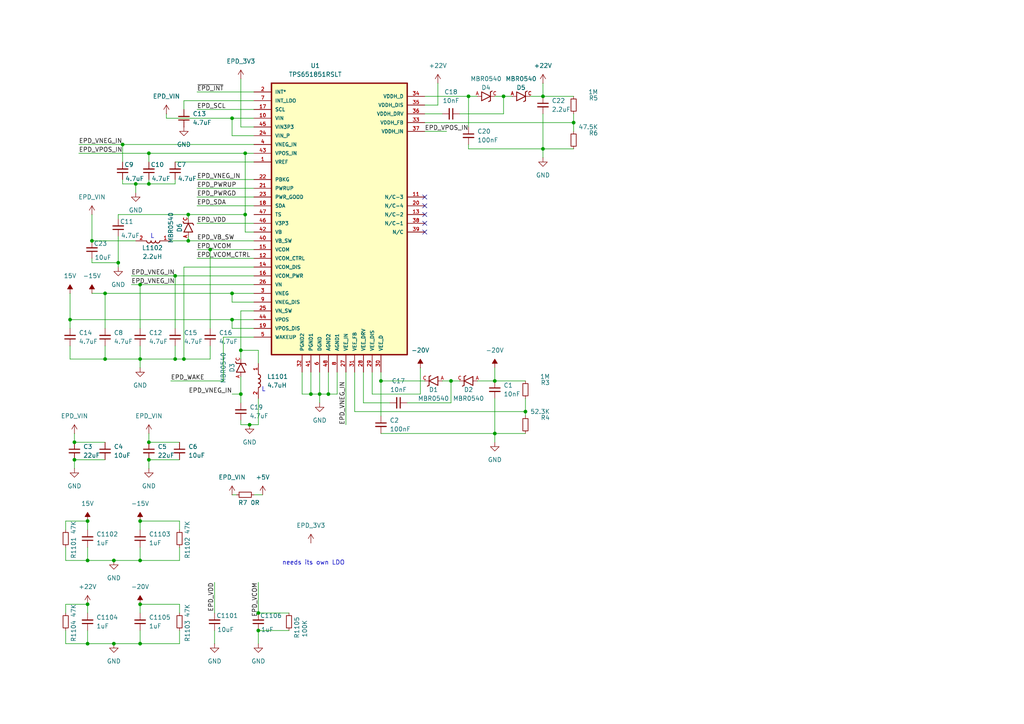
<source format=kicad_sch>
(kicad_sch (version 20231120) (generator "eeschema") (generator_version "8.0")
  (paper "A4")
  (lib_symbols
    (symbol "Device:C_Small" (pin_numbers hide) (pin_names (offset 0.254) hide)
      (property "Reference" "C" (at 0.254 1.778 0))
      (property "Value" "C_Small" (at 0.254 -2.032 0))
      (symbol "C_Small_0_1"
        (polyline (pts (xy -1.524 -0.508) (xy 1.524 -0.508)) (stroke (width 0.3302)))
        (polyline (pts (xy -1.524 0.508) (xy 1.524 0.508)) (stroke (width 0.3048)))
      )
      (symbol "C_Small_1_1"
        (pin passive line (at 0 2.54 270) (length 2.032) (name "~") (number "1"))
        (pin passive line (at 0 -2.54 90) (length 2.032) (name "~") (number "2"))
      )
    )
    (symbol "Device:R_Small" (pin_numbers hide) (pin_names (offset 0.254) hide)
      (property "Reference" "R" (at 0.762 0.508 0))
      (property "Value" "R_Small" (at 0.762 -1.016 0))
      (symbol "R_Small_0_1"
        (rectangle (start -0.762 1.778) (end 0.762 -1.778) (stroke (width 0.2032)))
      )
      (symbol "R_Small_1_1"
        (pin passive line (at 0 2.54 270) (length 0.762) (name "~") (number "1"))
        (pin passive line (at 0 -2.54 90) (length 0.762) (name "~") (number "2"))
      )
    )
    (symbol "Fibel2:LQH44PN4R7MP0L" (pin_names (offset 1.016))
      (property "Reference" "L" (at -10.16 7.62 0))
      (property "Value" "LQH44PN4R7MP0L" (at -10.16 5.08 0))
      (symbol "LQH44PN4R7MP0L_0_0"
        (arc (start -0.635 0) (mid -1.27 0.635) (end -1.905 0) (stroke (width 0.254)))
        (arc (start 0.635 0) (mid 0 0.635) (end -0.635 0) (stroke (width 0.254)))
        (arc (start 1.905 0.0027) (mid 1.2673 0.635) (end 0.635 -0.0028) (stroke (width 0.254)))
        (pin passive line (at -5.08 0 0) (length 3.175) (name "~") (number "1"))
        (pin passive line (at 5.08 0 180) (length 3.175) (name "~") (number "2"))
      )
    )
    (symbol "Fibel2:LQH5BPB4R7NT0L" (pin_names (offset 1.016))
      (property "Reference" "L" (at -10.16 7.62 0))
      (property "Value" "LQH5BPB4R7NT0L" (at -10.16 5.08 0))
      (symbol "LQH5BPB4R7NT0L_0_0"
        (arc (start -1.905 0) (mid -2.54 0.635) (end -3.175 0) (stroke (width 0.254)))
        (arc (start -0.635 0) (mid -1.27 0.635) (end -1.905 0) (stroke (width 0.254)))
        (arc (start 0.635 0.0027) (mid -0.0027 0.635) (end -0.635 -0.0028) (stroke (width 0.254)))
        (pin passive line (at -6.35 0 0) (length 3.175) (name "~") (number "1"))
        (pin passive line (at 3.81 0 180) (length 3.175) (name "~") (number "2"))
      )
    )
    (symbol "Fibel2:MBR0540" (pin_names (offset 1.016))
      (property "Reference" "D" (at 2.54 0.4826 0))
      (property "Value" "MBR0540" (at 2.54 -2.3114 0))
      (symbol "MBR0540_0_0"
        (polyline (pts (xy -2.54 0) (xy -1.27 0)) (stroke (width 0.1524)))
        (polyline (pts (xy -1.27 -1.27) (xy 1.27 0)) (stroke (width 0.254)))
        (polyline (pts (xy -1.27 0) (xy -1.27 -1.27)) (stroke (width 0.254)))
        (polyline (pts (xy -1.27 1.27) (xy -1.27 0)) (stroke (width 0.254)))
        (polyline (pts (xy 1.27 -1.27) (xy 0.762 -1.524)) (stroke (width 0.254)))
        (polyline (pts (xy 1.27 0) (xy -1.27 1.27)) (stroke (width 0.254)))
        (polyline (pts (xy 1.27 0) (xy 1.27 -1.27)) (stroke (width 0.254)))
        (polyline (pts (xy 1.27 1.27) (xy 1.27 0)) (stroke (width 0.254)))
        (polyline (pts (xy 1.27 1.27) (xy 1.778 1.524)) (stroke (width 0.254)))
        (polyline (pts (xy 2.54 0) (xy 1.27 0)) (stroke (width 0.1524)))
        (pin passive line (at -2.54 0 0) (length 0) (name "~") (number "A"))
        (pin passive line (at 2.54 0 180) (length 0) (name "~") (number "C"))
      )
    )
    (symbol "Fibel2:TPS651851RSLT" (pin_names (offset 1.016))
      (property "Reference" "U" (at -12.7 89.9 0))
      (property "Value" "TPS651851RSLT" (at 0.635 -9.525 0))
      (symbol "TPS651851RSLT_0_0"
        (rectangle (start -12.7 88.9) (end 26.67 10.16) (stroke (width 0.41)) (fill (type background)))
        (pin input line (at -17.78 66.04 0) (length 5.08) (name "VREF") (number "1"))
        (pin input line (at -17.78 78.74 0) (length 5.08) (name "VIN") (number "10"))
        (pin bidirectional line (at 31.75 55.88 180) (length 5.08) (name "N/C-3") (number "11"))
        (pin bidirectional line (at -17.78 38.1 0) (length 5.08) (name "VCOM_CTRL") (number "12"))
        (pin bidirectional line (at 31.75 50.8 180) (length 5.08) (name "N/C-2") (number "13"))
        (pin bidirectional line (at -17.78 35.56 0) (length 5.08) (name "VCOM_DIS") (number "14"))
        (pin bidirectional line (at -17.78 40.64 0) (length 5.08) (name "VCOM") (number "15"))
        (pin bidirectional line (at -17.78 33.02 0) (length 5.08) (name "VCOM_PWR") (number "16"))
        (pin input line (at -17.78 81.28 0) (length 5.08) (name "SCL") (number "17"))
        (pin bidirectional line (at -17.78 53.34 0) (length 5.08) (name "SDA") (number "18"))
        (pin bidirectional line (at -17.78 17.78 0) (length 5.08) (name "VPOS_DIS") (number "19"))
        (pin input line (at -17.78 86.36 0) (length 5.08) (name "INT*") (number "2"))
        (pin bidirectional line (at 31.75 53.34 180) (length 5.08) (name "N/C-4") (number "20"))
        (pin bidirectional line (at -17.78 58.42 0) (length 5.08) (name "PWRUP") (number "21"))
        (pin bidirectional line (at -17.78 60.96 0) (length 5.08) (name "PBKG") (number "22"))
        (pin bidirectional line (at -17.78 55.88 0) (length 5.08) (name "PWR_GOOD") (number "23"))
        (pin input line (at -17.78 73.66 0) (length 5.08) (name "VIN_P") (number "24"))
        (pin bidirectional line (at -17.78 22.86 0) (length 5.08) (name "VN_SW") (number "25"))
        (pin power_in line (at 8.89 5.08 90) (length 5.08) (name "VEE_IN") (number "27"))
        (pin power_in line (at 13.97 5.08 90) (length 5.08) (name "VEE_DRV") (number "28"))
        (pin power_in line (at 16.51 5.08 90) (length 5.08) (name "VEE_DIS") (number "29"))
        (pin bidirectional line (at -17.78 27.94 0) (length 5.08) (name "VNEG") (number "3"))
        (pin power_in line (at 19.05 5.08 90) (length 5.08) (name "VEE_D") (number "30"))
        (pin power_in line (at 11.43 5.08 90) (length 5.08) (name "VEE_FB") (number "31"))
        (pin power_in line (at -3.81 5.08 90) (length 5.08) (name "PGND2") (number "32"))
        (pin power_in line (at 31.75 77.47 180) (length 5.08) (name "VDDH_FB") (number "33"))
        (pin power_in line (at 31.75 85.09 180) (length 5.08) (name "VDDH_D") (number "34"))
        (pin power_in line (at 31.75 82.55 180) (length 5.08) (name "VDDH_DIS") (number "35"))
        (pin power_in line (at 31.75 80.01 180) (length 5.08) (name "VDDH_DRV") (number "36"))
        (pin power_in line (at 31.75 74.93 180) (length 5.08) (name "VDDH_IN") (number "37"))
        (pin bidirectional line (at 31.75 48.26 180) (length 5.08) (name "N/C-1") (number "38"))
        (pin bidirectional line (at 31.75 45.72 180) (length 5.08) (name "N/C") (number "39"))
        (pin input line (at -17.78 71.12 0) (length 5.08) (name "VNEG_IN") (number "4"))
        (pin bidirectional line (at -17.78 43.18 0) (length 5.08) (name "VB_SW") (number "40"))
        (pin power_in line (at -1.27 5.08 90) (length 5.08) (name "PGND1") (number "41"))
        (pin bidirectional line (at -17.78 45.72 0) (length 5.08) (name "VB") (number "42"))
        (pin input line (at -17.78 68.58 0) (length 5.08) (name "VPOS_IN") (number "43"))
        (pin bidirectional line (at -17.78 20.32 0) (length 5.08) (name "VPOS") (number "44"))
        (pin input line (at -17.78 76.2 0) (length 5.08) (name "VIN3P3") (number "45"))
        (pin bidirectional line (at -17.78 48.26 0) (length 5.08) (name "V3P3") (number "46"))
        (pin bidirectional line (at -17.78 50.8 0) (length 5.08) (name "TS") (number "47"))
        (pin power_in line (at 3.81 5.08 90) (length 5.08) (name "AGND2") (number "48"))
        (pin bidirectional line (at -17.78 15.24 0) (length 5.08) (name "WAKEUP") (number "5"))
        (pin power_in line (at 1.27 5.08 90) (length 5.08) (name "DGND") (number "6"))
        (pin input line (at -17.78 83.82 0) (length 5.08) (name "INT_LDO") (number "7"))
        (pin power_in line (at 6.35 5.08 90) (length 5.08) (name "AGND1") (number "8"))
        (pin bidirectional line (at -17.78 25.4 0) (length 5.08) (name "VNEG_DIS") (number "9"))
      )
      (symbol "TPS651851RSLT_1_0"
        (pin bidirectional line (at -17.78 30.48 0) (length 5.08) (name "VN") (number "26"))
      )
    )
    (symbol "power:+24V" (power) (pin_numbers hide) (pin_names (offset 0) hide)
      (property "Value" "+24V" (at 0 3.556 0))
      (symbol "+24V_0_1"
        (polyline (pts (xy -0.762 1.27) (xy 0 2.54)))
        (polyline (pts (xy 0 0) (xy 0 2.54)))
        (polyline (pts (xy 0 2.54) (xy 0.762 1.27)))
      )
      (symbol "+24V_1_1"
        (pin power_in line (at 0 0 90) (length 0) (name "~") (number "1"))
      )
    )
    (symbol "power:+3.3V" (power) (pin_numbers hide) (pin_names (offset 0) hide)
      (property "Value" "+3.3V" (at 0 3.556 0))
      (symbol "+3.3V_0_1"
        (polyline (pts (xy -0.762 1.27) (xy 0 2.54)))
        (polyline (pts (xy 0 0) (xy 0 2.54)))
        (polyline (pts (xy 0 2.54) (xy 0.762 1.27)))
      )
      (symbol "+3.3V_1_1"
        (pin power_in line (at 0 0 90) (length 0) (name "~") (number "1"))
      )
    )
    (symbol "power:+5V" (power) (pin_numbers hide) (pin_names (offset 0) hide)
      (property "Value" "+5V" (at 0 3.556 0))
      (symbol "+5V_0_1"
        (polyline (pts (xy -0.762 1.27) (xy 0 2.54)))
        (polyline (pts (xy 0 0) (xy 0 2.54)))
        (polyline (pts (xy 0 2.54) (xy 0.762 1.27)))
      )
      (symbol "+5V_1_1"
        (pin power_in line (at 0 0 90) (length 0) (name "~") (number "1"))
      )
    )
    (symbol "power:-15V" (power) (pin_numbers hide) (pin_names (offset 0) hide)
      (property "Value" "-15V" (at 0 3.556 0))
      (symbol "-15V_0_0"
        (pin power_in line (at 0 0 90) (length 0) (name "~") (number "1"))
      )
      (symbol "-15V_0_1"
        (polyline (pts (xy 0 0) (xy 0 1.27) (xy 0.762 1.27) (xy 0 2.54) (xy -0.762 1.27) (xy 0 1.27)) (fill (type outline)))
      )
    )
    (symbol "power:-24V" (power) (pin_numbers hide) (pin_names (offset 0) hide)
      (property "Value" "-24V" (at 0 3.556 0))
      (symbol "-24V_0_0"
        (pin power_in line (at 0 0 90) (length 0) (name "~") (number "1"))
      )
      (symbol "-24V_0_1"
        (polyline (pts (xy 0 0) (xy 0 1.27) (xy 0.762 1.27) (xy 0 2.54) (xy -0.762 1.27) (xy 0 1.27)) (fill (type outline)))
      )
    )
    (symbol "power:GND" (power) (pin_numbers hide) (pin_names (offset 0) hide)
      (property "Value" "GND" (at 0 -3.81 0))
      (symbol "GND_0_1"
        (polyline (pts (xy 0 0) (xy 0 -1.27) (xy 1.27 -1.27) (xy 0 -2.54) (xy -1.27 -1.27) (xy 0 -1.27)))
      )
      (symbol "GND_1_1"
        (pin power_in line (at 0 0 270) (length 0) (name "~") (number "1"))
      )
    )
  )
  (junction (at 90.17 114.3))
  (junction (at 143.51 125.73))
  (junction (at 50.8 80.01))
  (junction (at 33.02 186.69))
  (junction (at 71.12 44.45))
  (junction (at 40.64 162.56))
  (junction (at 130.81 110.49))
  (junction (at 135.89 27.94))
  (junction (at 35.56 41.91))
  (junction (at 166.37 35.56))
  (junction (at 33.02 162.56))
  (junction (at 53.34 104.14))
  (junction (at 92.71 114.3))
  (junction (at 21.59 133.35))
  (junction (at 95.25 114.3))
  (junction (at 30.48 104.14))
  (junction (at 71.12 62.23))
  (junction (at 157.48 27.94))
  (junction (at 40.64 104.14))
  (junction (at 39.37 53.34))
  (junction (at 74.93 182.88))
  (junction (at 157.48 43.18))
  (junction (at 43.18 128.27))
  (junction (at 146.05 27.94))
  (junction (at 72.39 123.19))
  (junction (at 25.4 175.26))
  (junction (at 152.4 119.38))
  (junction (at 30.48 85.09))
  (junction (at 50.8 104.14))
  (junction (at 26.67 69.85))
  (junction (at 43.18 133.35))
  (junction (at 143.51 110.49))
  (junction (at 25.4 151.13))
  (junction (at 54.61 62.23))
  (junction (at 21.59 128.27))
  (junction (at 20.32 92.71))
  (junction (at 25.4 162.56))
  (junction (at 43.18 53.34))
  (junction (at 110.49 110.49))
  (junction (at 67.31 92.71))
  (junction (at 43.18 44.45))
  (junction (at 69.85 101.6))
  (junction (at 40.64 175.26))
  (junction (at 74.93 177.8))
  (junction (at 67.31 85.09))
  (junction (at 69.85 114.3))
  (junction (at 40.64 186.69))
  (junction (at 54.61 69.85))
  (junction (at 25.4 186.69))
  (junction (at 67.31 34.29))
  (junction (at 60.96 72.39))
  (junction (at 40.64 82.55))
  (junction (at 40.64 151.13))
  (junction (at 34.29 76.2))
  (no_connect (at 123.19 62.23))
  (no_connect (at 123.19 64.77))
  (no_connect (at 123.19 57.15))
  (no_connect (at 123.19 59.69))
  (no_connect (at 123.19 67.31))
  (wire (pts (xy 69.85 121.92) (xy 69.85 123.19)))
  (wire (pts (xy 20.32 104.14) (xy 30.48 104.14)))
  (wire (pts (xy 60.96 95.25) (xy 60.96 72.39)))
  (wire (pts (xy 25.4 162.56) (xy 33.02 162.56)))
  (wire (pts (xy 40.64 82.55) (xy 73.66 82.55)))
  (wire (pts (xy 92.71 107.95) (xy 92.71 114.3)))
  (wire (pts (xy 35.56 41.91) (xy 35.56 46.99)))
  (wire (pts (xy 97.79 114.3) (xy 95.25 114.3)))
  (wire (pts (xy 83.82 177.8) (xy 74.93 177.8)))
  (wire (pts (xy 50.8 104.14) (xy 40.64 104.14)))
  (wire (pts (xy 52.07 162.56) (xy 52.07 158.75)))
  (wire (pts (xy 35.56 41.91) (xy 73.66 41.91)))
  (wire (pts (xy 60.96 104.14) (xy 53.34 104.14)))
  (wire (pts (xy 135.89 27.94) (xy 138.43 27.94)))
  (wire (pts (xy 40.64 158.75) (xy 40.64 162.56)))
  (wire (pts (xy 90.17 107.95) (xy 90.17 114.3)))
  (wire (pts (xy 143.51 110.49) (xy 152.4 110.49)))
  (wire (pts (xy 25.4 182.88) (xy 25.4 186.69)))
  (wire (pts (xy 43.18 53.34) (xy 39.37 53.34)))
  (wire (pts (xy 25.4 151.13) (xy 25.4 153.67)))
  (wire (pts (xy 54.61 69.85) (xy 73.66 69.85)))
  (wire (pts (xy 57.15 57.15) (xy 73.66 57.15)))
  (wire (pts (xy 40.64 162.56) (xy 52.07 162.56)))
  (wire (pts (xy 50.8 46.99) (xy 73.66 46.99)))
  (wire (pts (xy 146.05 27.94) (xy 143.51 27.94)))
  (wire (pts (xy 74.93 168.91) (xy 74.93 177.8)))
  (wire (pts (xy 22.86 41.91) (xy 35.56 41.91)))
  (wire (pts (xy 50.8 100.33) (xy 50.8 104.14)))
  (wire (pts (xy 20.32 92.71) (xy 20.32 95.25)))
  (wire (pts (xy 34.29 68.58) (xy 34.29 76.2)))
  (wire (pts (xy 19.05 151.13) (xy 25.4 151.13)))
  (wire (pts (xy 121.92 106.68) (xy 121.92 114.3)))
  (wire (pts (xy 26.67 85.09) (xy 30.48 85.09)))
  (wire (pts (xy 43.18 128.27) (xy 52.07 128.27)))
  (wire (pts (xy 92.71 114.3) (xy 95.25 114.3)))
  (wire (pts (xy 71.12 44.45) (xy 73.66 44.45)))
  (wire (pts (xy 67.31 39.37) (xy 73.66 39.37)))
  (wire (pts (xy 50.8 95.25) (xy 50.8 80.01)))
  (wire (pts (xy 73.66 29.21) (xy 53.34 29.21)))
  (wire (pts (xy 34.29 62.23) (xy 34.29 63.5)))
  (wire (pts (xy 71.12 67.31) (xy 73.66 67.31)))
  (wire (pts (xy 146.05 27.94) (xy 148.59 27.94)))
  (wire (pts (xy 49.53 69.85) (xy 54.61 69.85)))
  (wire (pts (xy 25.4 158.75) (xy 25.4 162.56)))
  (wire (pts (xy 39.37 53.34) (xy 39.37 55.88)))
  (wire (pts (xy 138.43 110.49) (xy 143.51 110.49)))
  (wire (pts (xy 113.03 116.84) (xy 105.41 116.84)))
  (wire (pts (xy 107.95 114.3) (xy 121.92 114.3)))
  (wire (pts (xy 67.31 87.63) (xy 67.31 85.09)))
  (wire (pts (xy 123.19 38.1) (xy 129.54 38.1)))
  (wire (pts (xy 69.85 90.17) (xy 69.85 101.6)))
  (wire (pts (xy 166.37 35.56) (xy 166.37 38.1)))
  (wire (pts (xy 38.1 82.55) (xy 40.64 82.55)))
  (wire (pts (xy 21.59 128.27) (xy 30.48 128.27)))
  (wire (pts (xy 43.18 125.73) (xy 43.18 128.27)))
  (wire (pts (xy 21.59 133.35) (xy 21.59 135.89)))
  (wire (pts (xy 87.63 107.95) (xy 87.63 114.3)))
  (wire (pts (xy 67.31 34.29) (xy 48.26 34.29)))
  (wire (pts (xy 19.05 153.67) (xy 19.05 151.13)))
  (wire (pts (xy 110.49 125.73) (xy 143.51 125.73)))
  (wire (pts (xy 57.15 64.77) (xy 73.66 64.77)))
  (wire (pts (xy 127 24.13) (xy 127 30.48)))
  (wire (pts (xy 87.63 114.3) (xy 90.17 114.3)))
  (wire (pts (xy 105.41 116.84) (xy 105.41 107.95)))
  (wire (pts (xy 26.67 69.85) (xy 39.37 69.85)))
  (wire (pts (xy 123.19 35.56) (xy 166.37 35.56)))
  (wire (pts (xy 73.66 97.79) (xy 64.77 97.79)))
  (wire (pts (xy 57.15 54.61) (xy 73.66 54.61)))
  (wire (pts (xy 69.85 101.6) (xy 69.85 104.14)))
  (wire (pts (xy 157.48 43.18) (xy 166.37 43.18)))
  (wire (pts (xy 143.51 115.57) (xy 143.51 125.73)))
  (wire (pts (xy 26.67 74.93) (xy 26.67 76.2)))
  (wire (pts (xy 69.85 101.6) (xy 74.93 101.6)))
  (wire (pts (xy 50.8 53.34) (xy 50.8 52.07)))
  (wire (pts (xy 57.15 59.69) (xy 73.66 59.69)))
  (wire (pts (xy 146.05 27.94) (xy 146.05 33.02)))
  (wire (pts (xy 43.18 44.45) (xy 71.12 44.45)))
  (wire (pts (xy 166.37 33.02) (xy 166.37 35.56)))
  (wire (pts (xy 40.64 151.13) (xy 40.64 153.67)))
  (wire (pts (xy 95.25 114.3) (xy 95.25 107.95)))
  (wire (pts (xy 19.05 186.69) (xy 25.4 186.69)))
  (wire (pts (xy 67.31 85.09) (xy 73.66 85.09)))
  (wire (pts (xy 135.89 27.94) (xy 135.89 36.83)))
  (wire (pts (xy 152.4 115.57) (xy 152.4 119.38)))
  (wire (pts (xy 130.81 110.49) (xy 128.27 110.49)))
  (wire (pts (xy 69.85 22.86) (xy 69.85 36.83)))
  (wire (pts (xy 53.34 77.47) (xy 53.34 104.14)))
  (wire (pts (xy 67.31 92.71) (xy 73.66 92.71)))
  (wire (pts (xy 157.48 45.72) (xy 157.48 43.18)))
  (wire (pts (xy 43.18 133.35) (xy 52.07 133.35)))
  (wire (pts (xy 110.49 110.49) (xy 123.19 110.49)))
  (wire (pts (xy 143.51 106.68) (xy 143.51 110.49)))
  (wire (pts (xy 110.49 107.95) (xy 110.49 110.49)))
  (wire (pts (xy 43.18 53.34) (xy 50.8 53.34)))
  (wire (pts (xy 152.4 119.38) (xy 152.4 120.65)))
  (wire (pts (xy 73.66 143.51) (xy 76.2 143.51)))
  (wire (pts (xy 102.87 119.38) (xy 152.4 119.38)))
  (wire (pts (xy 57.15 31.75) (xy 73.66 31.75)))
  (wire (pts (xy 130.81 110.49) (xy 133.35 110.49)))
  (wire (pts (xy 69.85 114.3) (xy 69.85 116.84)))
  (wire (pts (xy 19.05 158.75) (xy 19.05 162.56)))
  (wire (pts (xy 64.77 97.79) (xy 64.77 110.49)))
  (wire (pts (xy 54.61 69.85) (xy 54.61 68.58)))
  (wire (pts (xy 40.64 175.26) (xy 40.64 177.8)))
  (wire (pts (xy 60.96 100.33) (xy 60.96 104.14)))
  (wire (pts (xy 54.61 62.23) (xy 71.12 62.23)))
  (wire (pts (xy 40.64 186.69) (xy 52.07 186.69)))
  (wire (pts (xy 74.93 115.57) (xy 74.93 123.19)))
  (wire (pts (xy 52.07 151.13) (xy 40.64 151.13)))
  (wire (pts (xy 157.48 24.13) (xy 157.48 27.94)))
  (wire (pts (xy 43.18 44.45) (xy 43.18 46.99)))
  (wire (pts (xy 67.31 114.3) (xy 69.85 114.3)))
  (wire (pts (xy 74.93 182.88) (xy 74.93 186.69)))
  (wire (pts (xy 52.07 153.67) (xy 52.07 151.13)))
  (wire (pts (xy 157.48 33.02) (xy 157.48 43.18)))
  (wire (pts (xy 100.33 107.95) (xy 100.33 123.19)))
  (wire (pts (xy 102.87 107.95) (xy 102.87 119.38)))
  (wire (pts (xy 30.48 95.25) (xy 30.48 85.09)))
  (wire (pts (xy 54.61 62.23) (xy 54.61 63.5)))
  (wire (pts (xy 20.32 92.71) (xy 67.31 92.71)))
  (wire (pts (xy 21.59 125.73) (xy 21.59 128.27)))
  (wire (pts (xy 73.66 95.25) (xy 67.31 95.25)))
  (wire (pts (xy 73.66 90.17) (xy 69.85 90.17)))
  (wire (pts (xy 123.19 30.48) (xy 127 30.48)))
  (wire (pts (xy 90.17 114.3) (xy 92.71 114.3)))
  (wire (pts (xy 57.15 74.93) (xy 73.66 74.93)))
  (wire (pts (xy 83.82 182.88) (xy 74.93 182.88)))
  (wire (pts (xy 19.05 182.88) (xy 19.05 186.69)))
  (wire (pts (xy 33.02 162.56) (xy 40.64 162.56)))
  (wire (pts (xy 49.53 110.49) (xy 64.77 110.49)))
  (wire (pts (xy 130.81 116.84) (xy 118.11 116.84)))
  (wire (pts (xy 25.4 186.69) (xy 33.02 186.69)))
  (wire (pts (xy 52.07 186.69) (xy 52.07 182.88)))
  (wire (pts (xy 69.85 36.83) (xy 73.66 36.83)))
  (wire (pts (xy 53.34 29.21) (xy 53.34 31.75)))
  (wire (pts (xy 123.19 33.02) (xy 128.27 33.02)))
  (wire (pts (xy 72.39 123.19) (xy 74.93 123.19)))
  (wire (pts (xy 34.29 62.23) (xy 54.61 62.23)))
  (wire (pts (xy 43.18 133.35) (xy 43.18 135.89)))
  (wire (pts (xy 19.05 162.56) (xy 25.4 162.56)))
  (wire (pts (xy 57.15 72.39) (xy 60.96 72.39)))
  (wire (pts (xy 92.71 114.3) (xy 92.71 116.84)))
  (wire (pts (xy 40.64 104.14) (xy 40.64 106.68)))
  (wire (pts (xy 35.56 53.34) (xy 35.56 52.07)))
  (wire (pts (xy 57.15 52.07) (xy 73.66 52.07)))
  (wire (pts (xy 38.1 80.01) (xy 50.8 80.01)))
  (wire (pts (xy 74.93 101.6) (xy 74.93 105.41)))
  (wire (pts (xy 40.64 82.55) (xy 40.64 95.25)))
  (wire (pts (xy 20.32 100.33) (xy 20.32 104.14)))
  (wire (pts (xy 67.31 34.29) (xy 73.66 34.29)))
  (wire (pts (xy 133.35 33.02) (xy 146.05 33.02)))
  (wire (pts (xy 43.18 53.34) (xy 43.18 52.07)))
  (wire (pts (xy 48.26 33.02) (xy 48.26 34.29)))
  (wire (pts (xy 69.85 123.19) (xy 72.39 123.19)))
  (wire (pts (xy 123.19 27.94) (xy 135.89 27.94)))
  (wire (pts (xy 40.64 182.88) (xy 40.64 186.69)))
  (wire (pts (xy 107.95 107.95) (xy 107.95 114.3)))
  (wire (pts (xy 135.89 43.18) (xy 157.48 43.18)))
  (wire (pts (xy 21.59 133.35) (xy 30.48 133.35)))
  (wire (pts (xy 26.67 76.2) (xy 34.29 76.2)))
  (wire (pts (xy 67.31 34.29) (xy 67.31 39.37)))
  (wire (pts (xy 53.34 104.14) (xy 50.8 104.14)))
  (wire (pts (xy 157.48 27.94) (xy 166.37 27.94)))
  (wire (pts (xy 67.31 143.51) (xy 68.58 143.51)))
  (wire (pts (xy 60.96 72.39) (xy 73.66 72.39)))
  (wire (pts (xy 40.64 100.33) (xy 40.64 104.14)))
  (wire (pts (xy 110.49 110.49) (xy 110.49 120.65)))
  (wire (pts (xy 69.85 109.22) (xy 69.85 114.3)))
  (wire (pts (xy 143.51 128.27) (xy 143.51 125.73)))
  (wire (pts (xy 57.15 26.67) (xy 73.66 26.67)))
  (wire (pts (xy 67.31 95.25) (xy 67.31 92.71)))
  (wire (pts (xy 62.23 186.69) (xy 62.23 182.88)))
  (wire (pts (xy 73.66 87.63) (xy 67.31 87.63)))
  (wire (pts (xy 153.67 27.94) (xy 157.48 27.94)))
  (wire (pts (xy 143.51 125.73) (xy 152.4 125.73)))
  (wire (pts (xy 22.86 44.45) (xy 43.18 44.45)))
  (wire (pts (xy 34.29 76.2) (xy 34.29 77.47)))
  (wire (pts (xy 35.56 53.34) (xy 39.37 53.34)))
  (wire (pts (xy 62.23 168.91) (xy 62.23 177.8)))
  (wire (pts (xy 130.81 110.49) (xy 130.81 116.84)))
  (wire (pts (xy 30.48 85.09) (xy 67.31 85.09)))
  (wire (pts (xy 40.64 104.14) (xy 30.48 104.14)))
  (wire (pts (xy 50.8 80.01) (xy 73.66 80.01)))
  (wire (pts (xy 20.32 92.71) (xy 20.32 85.09)))
  (wire (pts (xy 30.48 100.33) (xy 30.48 104.14)))
  (wire (pts (xy 26.67 62.23) (xy 26.67 69.85)))
  (wire (pts (xy 52.07 175.26) (xy 40.64 175.26)))
  (wire (pts (xy 25.4 175.26) (xy 25.4 177.8)))
  (wire (pts (xy 33.02 186.69) (xy 40.64 186.69)))
  (wire (pts (xy 53.34 77.47) (xy 73.66 77.47)))
  (wire (pts (xy 19.05 177.8) (xy 19.05 175.26)))
  (wire (pts (xy 71.12 62.23) (xy 71.12 67.31)))
  (wire (pts (xy 97.79 107.95) (xy 97.79 114.3)))
  (wire (pts (xy 135.89 43.18) (xy 135.89 41.91)))
  (wire (pts (xy 52.07 177.8) (xy 52.07 175.26)))
  (wire (pts (xy 71.12 44.45) (xy 71.12 62.23)))
  (wire (pts (xy 19.05 175.26) (xy 25.4 175.26)))
  (text "needs its own LDO" (at 90.932 163.322 0) (effects (font (size 1.27 1.27))))
  (text "L" (at 76.454 113.03 0) (effects (font (size 1.27 1.27))))
  (text "L" (at 44.196 68.58 0) (effects (font (size 1.27 1.27))))
  (label "EPD_VNEG_IN" (at 38.1 82.55 0))
  (label "EPD_VNEG_IN" (at 22.86 41.91 0))
  (label "EPD_VPOS_IN" (at 22.86 44.45 0))
  (label "EPD_SDA" (at 57.15 59.69 0))
  (label "EPD_VNEG_IN" (at 67.31 114.3 180))
  (label "EPD_VCOM_CTRL" (at 57.15 74.93 0))
  (label "EPD_VCOM" (at 57.15 72.39 0))
  (label "EPD_VPOS_IN" (at 123.19 38.1 0))
  (label "EPD_VCOM" (at 74.93 168.91 270))
  (label "~{EPD_INT}" (at 57.15 26.67 0))
  (label "EPD_PWRGD" (at 57.15 57.15 0))
  (label "EPD_SCL" (at 57.15 31.75 0))
  (label "EPD_VB_SW" (at 57.15 69.85 0))
  (label "EPD_VDD" (at 62.23 168.91 270))
  (label "EPD_PWRUP" (at 57.15 54.61 0))
  (label "EPD_WAKE" (at 49.53 110.49 0))
  (label "EPD_VNEG_IN" (at 100.33 123.19 90))
  (label "EPD_VDD" (at 57.15 64.77 0))
  (label "EPD_VNEG_IN" (at 57.15 52.07 0))
  (label "EPD_VNEG_IN" (at 38.1 80.01 0))
  (symbol (lib_id "Device:C_Small") (at 50.8 97.79 180) (unit 1)
    (property "Reference" "C15" (at 53.34 96.5135 0) (effects (justify right)))
    (property "Value" "4.7uF" (at 53.34 99.0535 0) (effects (justify right)))
    (property "Footprint" "Capacitor_SMD:C_0805_2012Metric" (effects (hide yes)))
    (property "Description" "Unpolarized capacitor, small symbol" (effects (hide yes)))
  )
  (symbol (lib_id "Device:R_Small") (at 52.07 156.21 180) (unit 1)
    (property "Reference" "R1102" (at 54.356 162.052 90) (effects (justify right)))
    (property "Value" "47K" (at 54.356 154.94 90) (effects (justify right)))
    (property "Footprint" "Resistor_SMD:R_0603_1608Metric" (effects (hide yes)))
    (property "Description" "Resistor, small symbol" (effects (hide yes)))
  )
  (symbol (lib_id "power:-24V") (at 40.64 175.26 0) (unit 1)
    (property "Reference" "#PWR01104" (effects (hide yes)))
    (property "Value" "-20V" (at 40.64 170.18 0))
    (property "Description" "Power symbol creates a global label with name \"-24V\"" (effects (hide yes)))
  )
  (symbol (lib_id "power:GND") (at 157.48 45.72 0) (unit 1)
    (property "Reference" "#PWR021" (effects (hide yes)))
    (property "Value" "GND" (at 157.48 50.8 0))
    (property "Description" "Power symbol creates a global label with name \"GND\" , ground" (effects (hide yes)))
  )
  (symbol (lib_id "Device:C_Small") (at 25.4 180.34 180) (unit 1)
    (property "Reference" "C1104" (at 27.94 179.0635 0) (effects (justify right)))
    (property "Value" "1uF" (at 27.94 181.6035 0) (effects (justify right)))
    (property "Footprint" "Capacitor_SMD:C_0805_2012Metric" (effects (hide yes)))
    (property "Description" "Unpolarized capacitor, small symbol" (effects (hide yes)))
  )
  (symbol (lib_id "power:-15V") (at 20.32 85.09 0) (unit 1)
    (property "Reference" "#PWR015" (effects (hide yes)))
    (property "Value" "15V" (at 20.32 80.01 0))
    (property "Description" "Power symbol creates a global label with name \"-15V\"" (effects (hide yes)))
  )
  (symbol (lib_id "Device:C_Small") (at 69.85 119.38 180) (unit 1)
    (property "Reference" "C19" (at 72.39 118.1035 0) (effects (justify right)))
    (property "Value" "4.7uF" (at 72.39 120.6435 0) (effects (justify right)))
    (property "Footprint" "Capacitor_SMD:C_0805_2012Metric" (effects (hide yes)))
    (property "Description" "Unpolarized capacitor, small symbol" (effects (hide yes)))
  )
  (symbol (lib_id "Device:C_Small") (at 74.93 180.34 180) (unit 1)
    (property "Reference" "C1106" (at 75.438 178.562 0) (effects (justify right)))
    (property "Value" "1uF" (at 75.692 182.626 0) (effects (justify right)))
    (property "Footprint" "Capacitor_SMD:C_0805_2012Metric" (effects (hide yes)))
    (property "Description" "Unpolarized capacitor, small symbol" (effects (hide yes)))
  )
  (symbol (lib_id "Device:R_Small") (at 19.05 180.34 180) (unit 1)
    (property "Reference" "R1104" (at 21.336 186.182 90) (effects (justify right)))
    (property "Value" "47K" (at 21.336 179.07 90) (effects (justify right)))
    (property "Footprint" "Resistor_SMD:R_0603_1608Metric" (effects (hide yes)))
    (property "Description" "Resistor, small symbol" (effects (hide yes)))
  )
  (symbol (lib_id "power:+5V") (at 26.67 62.23 0) (unit 1)
    (property "Reference" "#PWR025" (effects (hide yes)))
    (property "Value" "EPD_VIN" (at 26.67 57.15 0))
    (property "Description" "Power symbol creates a global label with name \"+5V\"" (effects (hide yes)))
  )
  (symbol (lib_id "power:GND") (at 40.64 106.68 0) (unit 1)
    (property "Reference" "#PWR011" (effects (hide yes)))
    (property "Value" "GND" (at 40.64 111.76 0))
    (property "Description" "Power symbol creates a global label with name \"GND\" , ground" (effects (hide yes)))
  )
  (symbol (lib_id "Device:R_Small") (at 83.82 180.34 180) (unit 1)
    (property "Reference" "R1105" (at 86.106 185.166 90) (effects (justify right)))
    (property "Value" "100K" (at 88.392 184.912 90) (effects (justify right)))
    (property "Footprint" "Resistor_SMD:R_0603_1608Metric" (effects (hide yes)))
    (property "Description" "Resistor, small symbol" (effects (hide yes)))
  )
  (symbol (lib_id "Device:C_Small") (at 20.32 97.79 180) (unit 1)
    (property "Reference" "C14" (at 22.86 96.5135 0) (effects (justify right)))
    (property "Value" "4.7uF" (at 22.86 99.0535 0) (effects (justify right)))
    (property "Footprint" "Capacitor_SMD:C_0805_2012Metric" (effects (hide yes)))
    (property "Description" "Unpolarized capacitor, small symbol" (effects (hide yes)))
  )
  (symbol (lib_id "power:GND") (at 62.23 186.69 0) (unit 1)
    (property "Reference" "#PWR01101" (effects (hide yes)))
    (property "Value" "GND" (at 62.23 191.77 0))
    (property "Description" "Power symbol creates a global label with name \"GND\" , ground" (effects (hide yes)))
  )
  (symbol (lib_id "Fibel2:LQH44PN4R7MP0L") (at 44.45 69.85 180) (unit 1)
    (property "Reference" "L1102" (at 44.196 71.882 0))
    (property "Value" "2.2uH" (at 44.196 74.422 0))
    (property "Footprint" "Fibel2:IND_LQH44PN4R7MP0L" (effects (hide yes)))
    (property "MP" "LQH44PN4R7MP0L" (effects (hide yes)))
  )
  (symbol (lib_id "power:GND") (at 72.39 123.19 0) (unit 1)
    (property "Reference" "#PWR020" (effects (hide yes)))
    (property "Value" "GND" (at 72.39 128.27 0))
    (property "Description" "Power symbol creates a global label with name \"GND\" , ground" (effects (hide yes)))
  )
  (symbol (lib_id "power:GND") (at 74.93 186.69 0) (unit 1)
    (property "Reference" "#PWR01106" (effects (hide yes)))
    (property "Value" "GND" (at 74.93 191.77 0))
    (property "Description" "Power symbol creates a global label with name \"GND\" , ground" (effects (hide yes)))
  )
  (symbol (lib_id "Fibel2:MBR0540") (at 135.89 110.49 180) (unit 1)
    (property "Reference" "D2" (at 135.89 113.03 0))
    (property "Value" "MBR0540" (at 135.89 115.57 0))
    (property "Footprint" "MBR0540:SOD-123" (effects (hide yes)))
    (property "MP" "MBR0540" (effects (hide yes)))
  )
  (symbol (lib_id "Device:C_Small") (at 62.23 180.34 180) (unit 1)
    (property "Reference" "C1101" (at 62.738 178.562 0) (effects (justify right)))
    (property "Value" "10uF" (at 62.992 182.626 0) (effects (justify right)))
    (property "Footprint" "Capacitor_SMD:C_0805_2012Metric" (effects (hide yes)))
    (property "Description" "Unpolarized capacitor, small symbol" (effects (hide yes)))
  )
  (symbol (lib_id "Device:C_Small") (at 40.64 156.21 180) (unit 1)
    (property "Reference" "C1103" (at 43.18 154.9335 0) (effects (justify right)))
    (property "Value" "1uF" (at 43.18 157.4735 0) (effects (justify right)))
    (property "Footprint" "Capacitor_SMD:C_0805_2012Metric" (effects (hide yes)))
    (property "Description" "Unpolarized capacitor, small symbol" (effects (hide yes)))
  )
  (symbol (lib_id "Device:C_Small") (at 60.96 97.79 180) (unit 1)
    (property "Reference" "C16" (at 63.5 96.5135 0) (effects (justify right)))
    (property "Value" "4.7uF" (at 63.5 99.0535 0) (effects (justify right)))
    (property "Footprint" "Capacitor_SMD:C_0805_2012Metric" (effects (hide yes)))
    (property "Description" "Unpolarized capacitor, small symbol" (effects (hide yes)))
  )
  (symbol (lib_id "Device:C_Small") (at 157.48 30.48 0) (unit 1)
    (property "Reference" "C22" (at 160.02 29.2162 0) (effects (justify left)))
    (property "Value" "2.2uF" (at 160.02 31.7562 0) (effects (justify left)))
    (property "Footprint" "Capacitor_SMD:C_0805_2012Metric" (effects (hide yes)))
    (property "Description" "Unpolarized capacitor, small symbol" (effects (hide yes)))
  )
  (symbol (lib_id "power:+24V") (at 157.48 24.13 0) (unit 1)
    (property "Reference" "#PWR022" (effects (hide yes)))
    (property "Value" "+22V" (at 157.48 19.05 0))
    (property "Description" "Power symbol creates a global label with name \"+24V\"" (effects (hide yes)))
  )
  (symbol (lib_id "Device:R_Small") (at 52.07 180.34 180) (unit 1)
    (property "Reference" "R1103" (at 54.356 186.182 90) (effects (justify right)))
    (property "Value" "47K" (at 54.356 179.07 90) (effects (justify right)))
    (property "Footprint" "Resistor_SMD:R_0603_1608Metric" (effects (hide yes)))
    (property "Description" "Resistor, small symbol" (effects (hide yes)))
  )
  (symbol (lib_id "Fibel2:MBR0540") (at 151.13 27.94 0) (unit 1)
    (property "Reference" "D5" (at 151.13 25.4 0))
    (property "Value" "MBR0540" (at 151.13 22.86 0))
    (property "Footprint" "MBR0540:SOD-123" (effects (hide yes)))
    (property "MP" "MBR0540" (effects (hide yes)))
  )
  (symbol (lib_id "Device:C_Small") (at 53.34 34.29 180) (unit 1)
    (property "Reference" "C13" (at 55.88 33.0135 0) (effects (justify right)))
    (property "Value" "4.7uF" (at 55.88 35.5535 0) (effects (justify right)))
    (property "Footprint" "Capacitor_SMD:C_0805_2012Metric" (effects (hide yes)))
    (property "Description" "Unpolarized capacitor, small symbol" (effects (hide yes)))
  )
  (symbol (lib_id "Device:C_Small") (at 135.89 39.37 0) (unit 1)
    (property "Reference" "C20" (at 138.43 38.1062 0) (effects (justify left)))
    (property "Value" "100nF" (at 138.43 40.6462 0) (effects (justify left)))
    (property "Footprint" "Capacitor_SMD:C_0805_2012Metric" (effects (hide yes)))
    (property "Description" "Unpolarized capacitor, small symbol" (effects (hide yes)))
  )
  (symbol (lib_id "Device:C_Small") (at 130.81 33.02 270) (unit 1)
    (property "Reference" "C18" (at 130.8036 26.67 90))
    (property "Value" "10nF" (at 130.8036 29.21 90))
    (property "Footprint" "Capacitor_SMD:C_0805_2012Metric" (effects (hide yes)))
    (property "Description" "Unpolarized capacitor, small symbol" (effects (hide yes)))
  )
  (symbol (lib_id "power:-24V") (at 143.51 106.68 0) (unit 1)
    (property "Reference" "#PWR018" (effects (hide yes)))
    (property "Value" "-20V" (at 143.51 101.6 0))
    (property "Description" "Power symbol creates a global label with name \"-24V\"" (effects (hide yes)))
  )
  (symbol (lib_id "Fibel2:MBR0540") (at 140.97 27.94 0) (unit 1)
    (property "Reference" "D4" (at 140.97 25.4 0))
    (property "Value" "MBR0540" (at 140.97 22.86 0))
    (property "Footprint" "MBR0540:SOD-123" (effects (hide yes)))
    (property "MP" "MBR0540" (effects (hide yes)))
  )
  (symbol (lib_id "Device:C_Small") (at 34.29 66.04 180) (unit 1)
    (property "Reference" "C11" (at 34.798 64.262 0) (effects (justify right)))
    (property "Value" "4.7uF" (at 35.052 68.326 0) (effects (justify right)))
    (property "Footprint" "Capacitor_SMD:C_0805_2012Metric" (effects (hide yes)))
    (property "Description" "Unpolarized capacitor, small symbol" (effects (hide yes)))
  )
  (symbol (lib_id "Device:C_Small") (at 40.64 180.34 180) (unit 1)
    (property "Reference" "C1105" (at 43.18 179.0635 0) (effects (justify right)))
    (property "Value" "1uF" (at 43.18 181.6035 0) (effects (justify right)))
    (property "Footprint" "Capacitor_SMD:C_0805_2012Metric" (effects (hide yes)))
    (property "Description" "Unpolarized capacitor, small symbol" (effects (hide yes)))
  )
  (symbol (lib_id "power:+3.3V") (at 90.17 157.48 0) (unit 1)
    (property "Reference" "#PWR028" (effects (hide yes)))
    (property "Value" "EPD_3V3" (at 90.17 152.4 0))
    (property "Description" "Power symbol creates a global label with name \"+3.3V\"" (effects (hide yes)))
  )
  (symbol (lib_id "Device:R_Small") (at 166.37 40.64 180) (unit 1)
    (property "Reference" "R6" (at 173.482 38.608 0) (effects (justify left)))
    (property "Value" "47.5K" (at 173.482 36.83 0) (effects (justify left)))
    (property "Footprint" "Resistor_SMD:R_0603_1608Metric" (effects (hide yes)))
    (property "Description" "Resistor, small symbol" (effects (hide yes)))
  )
  (symbol (lib_id "power:+24V") (at 127 24.13 0) (unit 1)
    (property "Reference" "#PWR016" (effects (hide yes)))
    (property "Value" "+22V" (at 127 19.05 0))
    (property "Description" "Power symbol creates a global label with name \"+24V\"" (effects (hide yes)))
  )
  (symbol (lib_id "Device:C_Small") (at 143.51 113.03 0) (unit 1)
    (property "Reference" "C1" (at 146.05 111.7662 0) (effects (justify left)))
    (property "Value" "10nF" (at 146.05 114.3062 0) (effects (justify left)))
    (property "Footprint" "Capacitor_SMD:C_0805_2012Metric" (effects (hide yes)))
    (property "Description" "Unpolarized capacitor, small symbol" (effects (hide yes)))
  )
  (symbol (lib_id "Fibel2:MBR0540") (at 69.85 106.68 90) (unit 1)
    (property "Reference" "D3" (at 67.31 106.68 0))
    (property "Value" "MBR0540" (at 64.77 106.68 0))
    (property "Footprint" "MBR0540:SOD-123" (effects (hide yes)))
    (property "MP" "MBR0540" (effects (hide yes)))
  )
  (symbol (lib_id "power:GND") (at 92.71 116.84 0) (unit 1)
    (property "Reference" "#PWR012" (effects (hide yes)))
    (property "Value" "GND" (at 92.71 121.92 0))
    (property "Description" "Power symbol creates a global label with name \"GND\" , ground" (effects (hide yes)))
  )
  (symbol (lib_id "Device:R_Small") (at 166.37 30.48 180) (unit 1)
    (property "Reference" "R5" (at 173.482 28.448 0) (effects (justify left)))
    (property "Value" "1M" (at 173.482 26.67 0) (effects (justify left)))
    (property "Footprint" "Resistor_SMD:R_0603_1608Metric" (effects (hide yes)))
    (property "Description" "Resistor, small symbol" (effects (hide yes)))
  )
  (symbol (lib_id "Device:C_Small") (at 30.48 130.81 0) (unit 1)
    (property "Reference" "C4" (at 33.02 129.5462 0) (effects (justify left)))
    (property "Value" "10uF" (at 33.02 132.0862 0) (effects (justify left)))
    (property "Footprint" "Capacitor_SMD:C_0603_1608Metric" (effects (hide yes)))
    (property "Description" "Unpolarized capacitor, small symbol" (effects (hide yes)))
  )
  (symbol (lib_id "Device:C_Small") (at 115.57 116.84 270) (unit 1)
    (property "Reference" "C17" (at 115.5636 110.49 90))
    (property "Value" "10nF" (at 115.5636 113.03 90))
    (property "Footprint" "Capacitor_SMD:C_0805_2012Metric" (effects (hide yes)))
    (property "Description" "Unpolarized capacitor, small symbol" (effects (hide yes)))
  )
  (symbol (lib_id "Device:C_Small") (at 43.18 49.53 180) (unit 1)
    (property "Reference" "C10" (at 43.688 47.752 0) (effects (justify right)))
    (property "Value" "4.7uF" (at 43.942 51.816 0) (effects (justify right)))
    (property "Footprint" "Capacitor_SMD:C_0805_2012Metric" (effects (hide yes)))
    (property "Description" "Unpolarized capacitor, small symbol" (effects (hide yes)))
  )
  (symbol (lib_id "Fibel2:MBR0540") (at 54.61 66.04 90) (unit 1)
    (property "Reference" "D6" (at 52.07 66.04 0))
    (property "Value" "MBR0540" (at 49.53 66.04 0))
    (property "Footprint" "MBR0540:SOD-123" (effects (hide yes)))
    (property "MP" "MBR0540" (effects (hide yes)))
  )
  (symbol (lib_id "power:+5V") (at 43.18 125.73 0) (unit 1)
    (property "Reference" "#PWR06" (effects (hide yes)))
    (property "Value" "EPD_VIN" (at 43.18 120.65 0))
    (property "Description" "Power symbol creates a global label with name \"+5V\"" (effects (hide yes)))
  )
  (symbol (lib_id "Fibel2:LQH5BPB4R7NT0L") (at 74.93 111.76 270) (unit 1)
    (property "Reference" "L1101" (at 77.47 109.2199 90) (effects (justify left)))
    (property "Value" "4.7uH" (at 77.47 111.7599 90) (effects (justify left)))
    (property "Footprint" "Fibel2:IND_LQH5BPB4R7NT0L" (effects (hide yes)))
    (property "MF" "Murata Electronics" (effects (hide yes)))
    (property "MP" "LQH5BPB4R7NT0L" (effects (hide yes)))
  )
  (symbol (lib_id "Device:C_Small") (at 50.8 49.53 180) (unit 1)
    (property "Reference" "C7" (at 51.308 47.752 0) (effects (justify right)))
    (property "Value" "4.7uF" (at 51.562 51.816 0) (effects (justify right)))
    (property "Footprint" "Capacitor_SMD:C_0805_2012Metric" (effects (hide yes)))
    (property "Description" "Unpolarized capacitor, small symbol" (effects (hide yes)))
  )
  (symbol (lib_id "Device:C_Small") (at 52.07 130.81 0) (unit 1)
    (property "Reference" "C6" (at 54.61 129.5462 0) (effects (justify left)))
    (property "Value" "10uF" (at 54.61 132.0862 0) (effects (justify left)))
    (property "Footprint" "Capacitor_SMD:C_0603_1608Metric" (effects (hide yes)))
    (property "Description" "Unpolarized capacitor, small symbol" (effects (hide yes)))
  )
  (symbol (lib_id "power:-15V") (at 40.64 151.13 0) (unit 1)
    (property "Reference" "#PWR01103" (effects (hide yes)))
    (property "Value" "-15V" (at 40.64 146.05 0))
    (property "Description" "Power symbol creates a global label with name \"-15V\"" (effects (hide yes)))
  )
  (symbol (lib_id "power:+3.3V") (at 69.85 22.86 0) (unit 1)
    (property "Reference" "#PWR014" (effects (hide yes)))
    (property "Value" "EPD_3V3" (at 69.85 17.78 0))
    (property "Description" "Power symbol creates a global label with name \"+3.3V\"" (effects (hide yes)))
  )
  (symbol (lib_id "power:+5V") (at 76.2 143.51 0) (unit 1)
    (property "Reference" "#PWR027" (effects (hide yes)))
    (property "Value" "+5V" (at 76.2 138.43 0))
    (property "Description" "Power symbol creates a global label with name \"+5V\"" (effects (hide yes)))
  )
  (symbol (lib_id "Device:C_Small") (at 43.18 130.81 0) (unit 1)
    (property "Reference" "C5" (at 45.72 129.5462 0) (effects (justify left)))
    (property "Value" "22uF" (at 45.72 132.0862 0) (effects (justify left)))
    (property "Footprint" "Capacitor_SMD:C_0805_2012Metric" (effects (hide yes)))
    (property "Description" "Unpolarized capacitor, small symbol" (effects (hide yes)))
  )
  (symbol (lib_id "power:GND") (at 53.34 36.83 0) (unit 1)
    (property "Reference" "#PWR013" (effects (hide yes)))
    (property "Value" "GND" (at 53.34 41.91 0))
    (property "Description" "Power symbol creates a global label with name \"GND\" , ground" (effects (hide yes)))
  )
  (symbol (lib_id "power:GND") (at 39.37 55.88 0) (unit 1)
    (property "Reference" "#PWR09" (effects (hide yes)))
    (property "Value" "GND" (at 39.37 60.96 0))
    (property "Description" "Power symbol creates a global label with name \"GND\" , ground" (effects (hide yes)))
  )
  (symbol (lib_id "Device:R_Small") (at 19.05 156.21 180) (unit 1)
    (property "Reference" "R1101" (at 21.336 162.052 90) (effects (justify right)))
    (property "Value" "47K" (at 21.336 154.94 90) (effects (justify right)))
    (property "Footprint" "Resistor_SMD:R_0603_1608Metric" (effects (hide yes)))
    (property "Description" "Resistor, small symbol" (effects (hide yes)))
  )
  (symbol (lib_id "Fibel2:TPS651851RSLT") (at 91.44 113.03 0) (unit 1)
    (property "Reference" "U1" (at 91.44 19.05 0))
    (property "Value" "TPS651851RSLT" (at 91.44 21.59 0))
    (property "Footprint" "Fibel2:IC_TPS651851" (effects (hide yes)))
    (property "Package" "VQFN(48)-49 Texas Instruments" (effects (hide yes)))
    (property "MP" "TPS651851RSLT" (effects (hide yes)))
  )
  (symbol (lib_id "Device:R_Small") (at 152.4 113.03 180) (unit 1)
    (property "Reference" "R3" (at 159.512 110.998 0) (effects (justify left)))
    (property "Value" "1M" (at 159.512 109.22 0) (effects (justify left)))
    (property "Footprint" "Resistor_SMD:R_0603_1608Metric" (effects (hide yes)))
    (property "Description" "Resistor, small symbol" (effects (hide yes)))
  )
  (symbol (lib_id "power:GND") (at 34.29 77.47 0) (unit 1)
    (property "Reference" "#PWR024" (effects (hide yes)))
    (property "Value" "GND" (at 34.29 82.55 0))
    (property "Description" "Power symbol creates a global label with name \"GND\" , ground" (effects (hide yes)))
  )
  (symbol (lib_id "power:-24V") (at 121.92 106.68 0) (unit 1)
    (property "Reference" "#PWR017" (effects (hide yes)))
    (property "Value" "-20V" (at 121.92 101.6 0))
    (property "Description" "Power symbol creates a global label with name \"-24V\"" (effects (hide yes)))
  )
  (symbol (lib_id "power:GND") (at 33.02 162.56 0) (unit 1)
    (property "Reference" "#PWR01107" (effects (hide yes)))
    (property "Value" "GND" (at 33.02 167.64 0))
    (property "Description" "Power symbol creates a global label with name \"GND\" , ground" (effects (hide yes)))
  )
  (symbol (lib_id "Device:R_Small") (at 152.4 123.19 180) (unit 1)
    (property "Reference" "R4" (at 159.512 121.158 0) (effects (justify left)))
    (property "Value" "52.3K" (at 159.512 119.38 0) (effects (justify left)))
    (property "Footprint" "Resistor_SMD:R_0603_1608Metric" (effects (hide yes)))
    (property "Description" "Resistor, small symbol" (effects (hide yes)))
  )
  (symbol (lib_id "Device:C_Small") (at 35.56 49.53 180) (unit 1)
    (property "Reference" "C9" (at 36.068 47.752 0) (effects (justify right)))
    (property "Value" "4.7uF" (at 36.322 51.816 0) (effects (justify right)))
    (property "Footprint" "Capacitor_SMD:C_0805_2012Metric" (effects (hide yes)))
    (property "Description" "Unpolarized capacitor, small symbol" (effects (hide yes)))
  )
  (symbol (lib_id "Device:C_Small") (at 21.59 130.81 0) (unit 1)
    (property "Reference" "C3" (at 24.13 129.5462 0) (effects (justify left)))
    (property "Value" "22uF" (at 24.13 132.0862 0) (effects (justify left)))
    (property "Footprint" "Capacitor_SMD:C_0805_2012Metric" (effects (hide yes)))
    (property "Description" "Unpolarized capacitor, small symbol" (effects (hide yes)))
  )
  (symbol (lib_id "power:-15V") (at 25.4 151.13 0) (unit 1)
    (property "Reference" "#PWR01102" (effects (hide yes)))
    (property "Value" "15V" (at 25.4 146.05 0))
    (property "Description" "Power symbol creates a global label with name \"-15V\"" (effects (hide yes)))
  )
  (symbol (lib_id "Device:C_Small") (at 26.67 72.39 180) (unit 1)
    (property "Reference" "C23" (at 27.178 70.612 0) (effects (justify right)))
    (property "Value" "10uF" (at 27.432 74.676 0) (effects (justify right)))
    (property "Footprint" "Capacitor_SMD:C_0805_2012Metric" (effects (hide yes)))
    (property "Description" "Unpolarized capacitor, small symbol" (effects (hide yes)))
  )
  (symbol (lib_id "power:GND") (at 43.18 135.89 0) (unit 1)
    (property "Reference" "#PWR08" (effects (hide yes)))
    (property "Value" "GND" (at 43.18 140.97 0))
    (property "Description" "Power symbol creates a global label with name \"GND\" , ground" (effects (hide yes)))
  )
  (symbol (lib_id "power:+24V") (at 25.4 175.26 0) (unit 1)
    (property "Reference" "#PWR01105" (effects (hide yes)))
    (property "Value" "+22V" (at 25.4 170.18 0))
    (property "Description" "Power symbol creates a global label with name \"+24V\"" (effects (hide yes)))
  )
  (symbol (lib_id "power:+5V") (at 21.59 125.73 0) (unit 1)
    (property "Reference" "#PWR05" (effects (hide yes)))
    (property "Value" "EPD_VIN" (at 21.59 120.65 0))
    (property "Description" "Power symbol creates a global label with name \"+5V\"" (effects (hide yes)))
  )
  (symbol (lib_id "Device:C_Small") (at 40.64 97.79 180) (unit 1)
    (property "Reference" "C12" (at 43.18 96.5135 0) (effects (justify right)))
    (property "Value" "4.7uF" (at 43.18 99.0535 0) (effects (justify right)))
    (property "Footprint" "Capacitor_SMD:C_0805_2012Metric" (effects (hide yes)))
    (property "Description" "Unpolarized capacitor, small symbol" (effects (hide yes)))
  )
  (symbol (lib_id "power:GND") (at 143.51 128.27 0) (unit 1)
    (property "Reference" "#PWR019" (effects (hide yes)))
    (property "Value" "GND" (at 143.51 133.35 0))
    (property "Description" "Power symbol creates a global label with name \"GND\" , ground" (effects (hide yes)))
  )
  (symbol (lib_id "Device:R_Small") (at 71.12 143.51 90) (unit 1)
    (property "Reference" "R7" (at 69.088 145.796 90) (effects (justify right)))
    (property "Value" "0R" (at 72.644 145.796 90) (effects (justify right)))
    (property "Footprint" "Resistor_SMD:R_0603_1608Metric" (effects (hide yes)))
    (property "Description" "Resistor, small symbol" (effects (hide yes)))
  )
  (symbol (lib_id "power:-15V") (at 26.67 85.09 0) (unit 1)
    (property "Reference" "#PWR010" (effects (hide yes)))
    (property "Value" "-15V" (at 26.67 80.01 0))
    (property "Description" "Power symbol creates a global label with name \"-15V\"" (effects (hide yes)))
  )
  (symbol (lib_id "power:GND") (at 33.02 186.69 0) (unit 1)
    (property "Reference" "#PWR01108" (effects (hide yes)))
    (property "Value" "GND" (at 33.02 191.77 0))
    (property "Description" "Power symbol creates a global label with name \"GND\" , ground" (effects (hide yes)))
  )
  (symbol (lib_id "Device:C_Small") (at 30.48 97.79 180) (unit 1)
    (property "Reference" "C8" (at 33.02 96.5135 0) (effects (justify right)))
    (property "Value" "4.7uF" (at 33.02 99.0535 0) (effects (justify right)))
    (property "Footprint" "Capacitor_SMD:C_0805_2012Metric" (effects (hide yes)))
    (property "Description" "Unpolarized capacitor, small symbol" (effects (hide yes)))
  )
  (symbol (lib_id "power:GND") (at 21.59 135.89 0) (unit 1)
    (property "Reference" "#PWR07" (effects (hide yes)))
    (property "Value" "GND" (at 21.59 140.97 0))
    (property "Description" "Power symbol creates a global label with name \"GND\" , ground" (effects (hide yes)))
  )
  (symbol (lib_id "Device:C_Small") (at 25.4 156.21 180) (unit 1)
    (property "Reference" "C1102" (at 27.94 154.9335 0) (effects (justify right)))
    (property "Value" "1uF" (at 27.94 157.4735 0) (effects (justify right)))
    (property "Footprint" "Capacitor_SMD:C_0805_2012Metric" (effects (hide yes)))
    (property "Description" "Unpolarized capacitor, small symbol" (effects (hide yes)))
  )
  (symbol (lib_id "power:+5V") (at 67.31 143.51 0) (unit 1)
    (property "Reference" "#PWR026" (effects (hide yes)))
    (property "Value" "EPD_VIN" (at 67.31 138.43 0))
    (property "Description" "Power symbol creates a global label with name \"+5V\"" (effects (hide yes)))
  )
  (symbol (lib_id "power:+5V") (at 48.26 33.02 0) (unit 1)
    (property "Reference" "#PWR04" (effects (hide yes)))
    (property "Value" "EPD_VIN" (at 48.26 27.94 0))
    (property "Description" "Power symbol creates a global label with name \"+5V\"" (effects (hide yes)))
  )
  (symbol (lib_id "Fibel2:MBR0540") (at 125.73 110.49 180) (unit 1)
    (property "Reference" "D1" (at 125.73 113.03 0))
    (property "Value" "MBR0540" (at 125.73 115.57 0))
    (property "Footprint" "MBR0540:SOD-123" (effects (hide yes)))
    (property "MP" "MBR0540" (effects (hide yes)))
  )
  (symbol (lib_id "Device:C_Small") (at 110.49 123.19 0) (unit 1)
    (property "Reference" "C2" (at 113.03 121.9262 0) (effects (justify left)))
    (property "Value" "100nF" (at 113.03 124.4662 0) (effects (justify left)))
    (property "Footprint" "Capacitor_SMD:C_0805_2012Metric" (effects (hide yes)))
    (property "Description" "Unpolarized capacitor, small symbol" (effects (hide yes)))
  )
)
</source>
